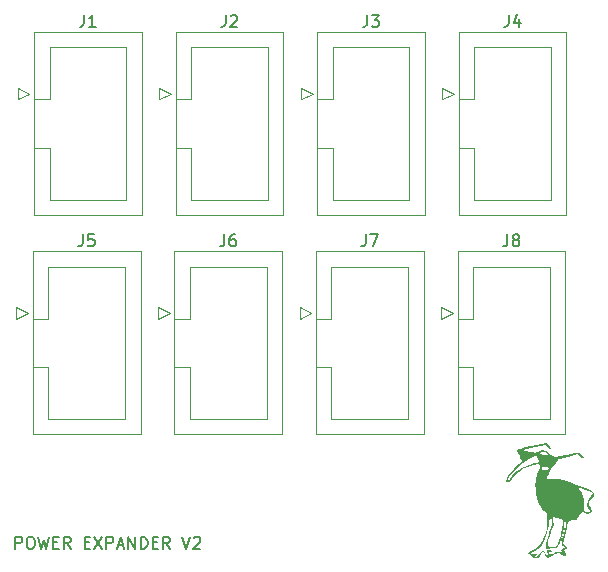
<source format=gbr>
%TF.GenerationSoftware,KiCad,Pcbnew,9.0.6*%
%TF.CreationDate,2026-01-10T14:45:50+11:00*%
%TF.ProjectId,power-expander,706f7765-722d-4657-9870-616e6465722e,rev?*%
%TF.SameCoordinates,Original*%
%TF.FileFunction,Legend,Top*%
%TF.FilePolarity,Positive*%
%FSLAX46Y46*%
G04 Gerber Fmt 4.6, Leading zero omitted, Abs format (unit mm)*
G04 Created by KiCad (PCBNEW 9.0.6) date 2026-01-10 14:45:50*
%MOMM*%
%LPD*%
G01*
G04 APERTURE LIST*
%ADD10C,0.150000*%
%ADD11C,0.000000*%
%ADD12C,0.120000*%
G04 APERTURE END LIST*
D10*
X47690476Y-96954819D02*
X47690476Y-95954819D01*
X47690476Y-95954819D02*
X48071428Y-95954819D01*
X48071428Y-95954819D02*
X48166666Y-96002438D01*
X48166666Y-96002438D02*
X48214285Y-96050057D01*
X48214285Y-96050057D02*
X48261904Y-96145295D01*
X48261904Y-96145295D02*
X48261904Y-96288152D01*
X48261904Y-96288152D02*
X48214285Y-96383390D01*
X48214285Y-96383390D02*
X48166666Y-96431009D01*
X48166666Y-96431009D02*
X48071428Y-96478628D01*
X48071428Y-96478628D02*
X47690476Y-96478628D01*
X48880952Y-95954819D02*
X49071428Y-95954819D01*
X49071428Y-95954819D02*
X49166666Y-96002438D01*
X49166666Y-96002438D02*
X49261904Y-96097676D01*
X49261904Y-96097676D02*
X49309523Y-96288152D01*
X49309523Y-96288152D02*
X49309523Y-96621485D01*
X49309523Y-96621485D02*
X49261904Y-96811961D01*
X49261904Y-96811961D02*
X49166666Y-96907200D01*
X49166666Y-96907200D02*
X49071428Y-96954819D01*
X49071428Y-96954819D02*
X48880952Y-96954819D01*
X48880952Y-96954819D02*
X48785714Y-96907200D01*
X48785714Y-96907200D02*
X48690476Y-96811961D01*
X48690476Y-96811961D02*
X48642857Y-96621485D01*
X48642857Y-96621485D02*
X48642857Y-96288152D01*
X48642857Y-96288152D02*
X48690476Y-96097676D01*
X48690476Y-96097676D02*
X48785714Y-96002438D01*
X48785714Y-96002438D02*
X48880952Y-95954819D01*
X49642857Y-95954819D02*
X49880952Y-96954819D01*
X49880952Y-96954819D02*
X50071428Y-96240533D01*
X50071428Y-96240533D02*
X50261904Y-96954819D01*
X50261904Y-96954819D02*
X50500000Y-95954819D01*
X50880952Y-96431009D02*
X51214285Y-96431009D01*
X51357142Y-96954819D02*
X50880952Y-96954819D01*
X50880952Y-96954819D02*
X50880952Y-95954819D01*
X50880952Y-95954819D02*
X51357142Y-95954819D01*
X52357142Y-96954819D02*
X52023809Y-96478628D01*
X51785714Y-96954819D02*
X51785714Y-95954819D01*
X51785714Y-95954819D02*
X52166666Y-95954819D01*
X52166666Y-95954819D02*
X52261904Y-96002438D01*
X52261904Y-96002438D02*
X52309523Y-96050057D01*
X52309523Y-96050057D02*
X52357142Y-96145295D01*
X52357142Y-96145295D02*
X52357142Y-96288152D01*
X52357142Y-96288152D02*
X52309523Y-96383390D01*
X52309523Y-96383390D02*
X52261904Y-96431009D01*
X52261904Y-96431009D02*
X52166666Y-96478628D01*
X52166666Y-96478628D02*
X51785714Y-96478628D01*
X53547619Y-96431009D02*
X53880952Y-96431009D01*
X54023809Y-96954819D02*
X53547619Y-96954819D01*
X53547619Y-96954819D02*
X53547619Y-95954819D01*
X53547619Y-95954819D02*
X54023809Y-95954819D01*
X54357143Y-95954819D02*
X55023809Y-96954819D01*
X55023809Y-95954819D02*
X54357143Y-96954819D01*
X55404762Y-96954819D02*
X55404762Y-95954819D01*
X55404762Y-95954819D02*
X55785714Y-95954819D01*
X55785714Y-95954819D02*
X55880952Y-96002438D01*
X55880952Y-96002438D02*
X55928571Y-96050057D01*
X55928571Y-96050057D02*
X55976190Y-96145295D01*
X55976190Y-96145295D02*
X55976190Y-96288152D01*
X55976190Y-96288152D02*
X55928571Y-96383390D01*
X55928571Y-96383390D02*
X55880952Y-96431009D01*
X55880952Y-96431009D02*
X55785714Y-96478628D01*
X55785714Y-96478628D02*
X55404762Y-96478628D01*
X56357143Y-96669104D02*
X56833333Y-96669104D01*
X56261905Y-96954819D02*
X56595238Y-95954819D01*
X56595238Y-95954819D02*
X56928571Y-96954819D01*
X57261905Y-96954819D02*
X57261905Y-95954819D01*
X57261905Y-95954819D02*
X57833333Y-96954819D01*
X57833333Y-96954819D02*
X57833333Y-95954819D01*
X58309524Y-96954819D02*
X58309524Y-95954819D01*
X58309524Y-95954819D02*
X58547619Y-95954819D01*
X58547619Y-95954819D02*
X58690476Y-96002438D01*
X58690476Y-96002438D02*
X58785714Y-96097676D01*
X58785714Y-96097676D02*
X58833333Y-96192914D01*
X58833333Y-96192914D02*
X58880952Y-96383390D01*
X58880952Y-96383390D02*
X58880952Y-96526247D01*
X58880952Y-96526247D02*
X58833333Y-96716723D01*
X58833333Y-96716723D02*
X58785714Y-96811961D01*
X58785714Y-96811961D02*
X58690476Y-96907200D01*
X58690476Y-96907200D02*
X58547619Y-96954819D01*
X58547619Y-96954819D02*
X58309524Y-96954819D01*
X59309524Y-96431009D02*
X59642857Y-96431009D01*
X59785714Y-96954819D02*
X59309524Y-96954819D01*
X59309524Y-96954819D02*
X59309524Y-95954819D01*
X59309524Y-95954819D02*
X59785714Y-95954819D01*
X60785714Y-96954819D02*
X60452381Y-96478628D01*
X60214286Y-96954819D02*
X60214286Y-95954819D01*
X60214286Y-95954819D02*
X60595238Y-95954819D01*
X60595238Y-95954819D02*
X60690476Y-96002438D01*
X60690476Y-96002438D02*
X60738095Y-96050057D01*
X60738095Y-96050057D02*
X60785714Y-96145295D01*
X60785714Y-96145295D02*
X60785714Y-96288152D01*
X60785714Y-96288152D02*
X60738095Y-96383390D01*
X60738095Y-96383390D02*
X60690476Y-96431009D01*
X60690476Y-96431009D02*
X60595238Y-96478628D01*
X60595238Y-96478628D02*
X60214286Y-96478628D01*
X61833334Y-95954819D02*
X62166667Y-96954819D01*
X62166667Y-96954819D02*
X62500000Y-95954819D01*
X62785715Y-96050057D02*
X62833334Y-96002438D01*
X62833334Y-96002438D02*
X62928572Y-95954819D01*
X62928572Y-95954819D02*
X63166667Y-95954819D01*
X63166667Y-95954819D02*
X63261905Y-96002438D01*
X63261905Y-96002438D02*
X63309524Y-96050057D01*
X63309524Y-96050057D02*
X63357143Y-96145295D01*
X63357143Y-96145295D02*
X63357143Y-96240533D01*
X63357143Y-96240533D02*
X63309524Y-96383390D01*
X63309524Y-96383390D02*
X62738096Y-96954819D01*
X62738096Y-96954819D02*
X63357143Y-96954819D01*
X89351666Y-70354819D02*
X89351666Y-71069104D01*
X89351666Y-71069104D02*
X89304047Y-71211961D01*
X89304047Y-71211961D02*
X89208809Y-71307200D01*
X89208809Y-71307200D02*
X89065952Y-71354819D01*
X89065952Y-71354819D02*
X88970714Y-71354819D01*
X89970714Y-70783390D02*
X89875476Y-70735771D01*
X89875476Y-70735771D02*
X89827857Y-70688152D01*
X89827857Y-70688152D02*
X89780238Y-70592914D01*
X89780238Y-70592914D02*
X89780238Y-70545295D01*
X89780238Y-70545295D02*
X89827857Y-70450057D01*
X89827857Y-70450057D02*
X89875476Y-70402438D01*
X89875476Y-70402438D02*
X89970714Y-70354819D01*
X89970714Y-70354819D02*
X90161190Y-70354819D01*
X90161190Y-70354819D02*
X90256428Y-70402438D01*
X90256428Y-70402438D02*
X90304047Y-70450057D01*
X90304047Y-70450057D02*
X90351666Y-70545295D01*
X90351666Y-70545295D02*
X90351666Y-70592914D01*
X90351666Y-70592914D02*
X90304047Y-70688152D01*
X90304047Y-70688152D02*
X90256428Y-70735771D01*
X90256428Y-70735771D02*
X90161190Y-70783390D01*
X90161190Y-70783390D02*
X89970714Y-70783390D01*
X89970714Y-70783390D02*
X89875476Y-70831009D01*
X89875476Y-70831009D02*
X89827857Y-70878628D01*
X89827857Y-70878628D02*
X89780238Y-70973866D01*
X89780238Y-70973866D02*
X89780238Y-71164342D01*
X89780238Y-71164342D02*
X89827857Y-71259580D01*
X89827857Y-71259580D02*
X89875476Y-71307200D01*
X89875476Y-71307200D02*
X89970714Y-71354819D01*
X89970714Y-71354819D02*
X90161190Y-71354819D01*
X90161190Y-71354819D02*
X90256428Y-71307200D01*
X90256428Y-71307200D02*
X90304047Y-71259580D01*
X90304047Y-71259580D02*
X90351666Y-71164342D01*
X90351666Y-71164342D02*
X90351666Y-70973866D01*
X90351666Y-70973866D02*
X90304047Y-70878628D01*
X90304047Y-70878628D02*
X90256428Y-70831009D01*
X90256428Y-70831009D02*
X90161190Y-70783390D01*
X65381666Y-70354819D02*
X65381666Y-71069104D01*
X65381666Y-71069104D02*
X65334047Y-71211961D01*
X65334047Y-71211961D02*
X65238809Y-71307200D01*
X65238809Y-71307200D02*
X65095952Y-71354819D01*
X65095952Y-71354819D02*
X65000714Y-71354819D01*
X66286428Y-70354819D02*
X66095952Y-70354819D01*
X66095952Y-70354819D02*
X66000714Y-70402438D01*
X66000714Y-70402438D02*
X65953095Y-70450057D01*
X65953095Y-70450057D02*
X65857857Y-70592914D01*
X65857857Y-70592914D02*
X65810238Y-70783390D01*
X65810238Y-70783390D02*
X65810238Y-71164342D01*
X65810238Y-71164342D02*
X65857857Y-71259580D01*
X65857857Y-71259580D02*
X65905476Y-71307200D01*
X65905476Y-71307200D02*
X66000714Y-71354819D01*
X66000714Y-71354819D02*
X66191190Y-71354819D01*
X66191190Y-71354819D02*
X66286428Y-71307200D01*
X66286428Y-71307200D02*
X66334047Y-71259580D01*
X66334047Y-71259580D02*
X66381666Y-71164342D01*
X66381666Y-71164342D02*
X66381666Y-70926247D01*
X66381666Y-70926247D02*
X66334047Y-70831009D01*
X66334047Y-70831009D02*
X66286428Y-70783390D01*
X66286428Y-70783390D02*
X66191190Y-70735771D01*
X66191190Y-70735771D02*
X66000714Y-70735771D01*
X66000714Y-70735771D02*
X65905476Y-70783390D01*
X65905476Y-70783390D02*
X65857857Y-70831009D01*
X65857857Y-70831009D02*
X65810238Y-70926247D01*
X89456666Y-51774819D02*
X89456666Y-52489104D01*
X89456666Y-52489104D02*
X89409047Y-52631961D01*
X89409047Y-52631961D02*
X89313809Y-52727200D01*
X89313809Y-52727200D02*
X89170952Y-52774819D01*
X89170952Y-52774819D02*
X89075714Y-52774819D01*
X90361428Y-52108152D02*
X90361428Y-52774819D01*
X90123333Y-51727200D02*
X89885238Y-52441485D01*
X89885238Y-52441485D02*
X90504285Y-52441485D01*
X77366666Y-70354819D02*
X77366666Y-71069104D01*
X77366666Y-71069104D02*
X77319047Y-71211961D01*
X77319047Y-71211961D02*
X77223809Y-71307200D01*
X77223809Y-71307200D02*
X77080952Y-71354819D01*
X77080952Y-71354819D02*
X76985714Y-71354819D01*
X77747619Y-70354819D02*
X78414285Y-70354819D01*
X78414285Y-70354819D02*
X77985714Y-71354819D01*
X77471666Y-51774819D02*
X77471666Y-52489104D01*
X77471666Y-52489104D02*
X77424047Y-52631961D01*
X77424047Y-52631961D02*
X77328809Y-52727200D01*
X77328809Y-52727200D02*
X77185952Y-52774819D01*
X77185952Y-52774819D02*
X77090714Y-52774819D01*
X77852619Y-51774819D02*
X78471666Y-51774819D01*
X78471666Y-51774819D02*
X78138333Y-52155771D01*
X78138333Y-52155771D02*
X78281190Y-52155771D01*
X78281190Y-52155771D02*
X78376428Y-52203390D01*
X78376428Y-52203390D02*
X78424047Y-52251009D01*
X78424047Y-52251009D02*
X78471666Y-52346247D01*
X78471666Y-52346247D02*
X78471666Y-52584342D01*
X78471666Y-52584342D02*
X78424047Y-52679580D01*
X78424047Y-52679580D02*
X78376428Y-52727200D01*
X78376428Y-52727200D02*
X78281190Y-52774819D01*
X78281190Y-52774819D02*
X77995476Y-52774819D01*
X77995476Y-52774819D02*
X77900238Y-52727200D01*
X77900238Y-52727200D02*
X77852619Y-52679580D01*
X65486666Y-51774819D02*
X65486666Y-52489104D01*
X65486666Y-52489104D02*
X65439047Y-52631961D01*
X65439047Y-52631961D02*
X65343809Y-52727200D01*
X65343809Y-52727200D02*
X65200952Y-52774819D01*
X65200952Y-52774819D02*
X65105714Y-52774819D01*
X65915238Y-51870057D02*
X65962857Y-51822438D01*
X65962857Y-51822438D02*
X66058095Y-51774819D01*
X66058095Y-51774819D02*
X66296190Y-51774819D01*
X66296190Y-51774819D02*
X66391428Y-51822438D01*
X66391428Y-51822438D02*
X66439047Y-51870057D01*
X66439047Y-51870057D02*
X66486666Y-51965295D01*
X66486666Y-51965295D02*
X66486666Y-52060533D01*
X66486666Y-52060533D02*
X66439047Y-52203390D01*
X66439047Y-52203390D02*
X65867619Y-52774819D01*
X65867619Y-52774819D02*
X66486666Y-52774819D01*
X53396666Y-70354819D02*
X53396666Y-71069104D01*
X53396666Y-71069104D02*
X53349047Y-71211961D01*
X53349047Y-71211961D02*
X53253809Y-71307200D01*
X53253809Y-71307200D02*
X53110952Y-71354819D01*
X53110952Y-71354819D02*
X53015714Y-71354819D01*
X54349047Y-70354819D02*
X53872857Y-70354819D01*
X53872857Y-70354819D02*
X53825238Y-70831009D01*
X53825238Y-70831009D02*
X53872857Y-70783390D01*
X53872857Y-70783390D02*
X53968095Y-70735771D01*
X53968095Y-70735771D02*
X54206190Y-70735771D01*
X54206190Y-70735771D02*
X54301428Y-70783390D01*
X54301428Y-70783390D02*
X54349047Y-70831009D01*
X54349047Y-70831009D02*
X54396666Y-70926247D01*
X54396666Y-70926247D02*
X54396666Y-71164342D01*
X54396666Y-71164342D02*
X54349047Y-71259580D01*
X54349047Y-71259580D02*
X54301428Y-71307200D01*
X54301428Y-71307200D02*
X54206190Y-71354819D01*
X54206190Y-71354819D02*
X53968095Y-71354819D01*
X53968095Y-71354819D02*
X53872857Y-71307200D01*
X53872857Y-71307200D02*
X53825238Y-71259580D01*
X53501666Y-51774819D02*
X53501666Y-52489104D01*
X53501666Y-52489104D02*
X53454047Y-52631961D01*
X53454047Y-52631961D02*
X53358809Y-52727200D01*
X53358809Y-52727200D02*
X53215952Y-52774819D01*
X53215952Y-52774819D02*
X53120714Y-52774819D01*
X54501666Y-52774819D02*
X53930238Y-52774819D01*
X54215952Y-52774819D02*
X54215952Y-51774819D01*
X54215952Y-51774819D02*
X54120714Y-51917676D01*
X54120714Y-51917676D02*
X54025476Y-52012914D01*
X54025476Y-52012914D02*
X53930238Y-52060533D01*
D11*
%TO.C,G\u002A\u002A\u002A*%
G36*
X92830805Y-88216464D02*
G01*
X92991653Y-88390912D01*
X93036929Y-88487207D01*
X92971977Y-88485986D01*
X92802140Y-88367883D01*
X92791480Y-88358974D01*
X92540627Y-88147895D01*
X91762994Y-88316461D01*
X91292184Y-88420589D01*
X90976520Y-88498892D01*
X90805194Y-88559206D01*
X90767398Y-88609371D01*
X90852324Y-88657223D01*
X91049166Y-88710601D01*
X91178738Y-88740153D01*
X91499579Y-88803246D01*
X91711708Y-88817866D01*
X91868417Y-88784818D01*
X91940738Y-88751667D01*
X92293940Y-88643536D01*
X92615617Y-88699096D01*
X92860197Y-88878823D01*
X93040172Y-89042943D01*
X93229010Y-89137969D01*
X93462627Y-89167261D01*
X93776943Y-89134179D01*
X94207875Y-89042084D01*
X94317970Y-89015209D01*
X94763265Y-88907870D01*
X95077420Y-88844100D01*
X95292959Y-88824025D01*
X95442405Y-88847767D01*
X95558285Y-88915451D01*
X95666686Y-89020333D01*
X95801280Y-89196783D01*
X95802933Y-89279046D01*
X95686918Y-89254821D01*
X95512013Y-89144886D01*
X95259049Y-88957862D01*
X94437072Y-89175605D01*
X94090479Y-89269414D01*
X93813003Y-89348298D01*
X93640121Y-89401950D01*
X93600456Y-89418674D01*
X93546103Y-89495604D01*
X93424281Y-89662856D01*
X93343309Y-89773024D01*
X93159216Y-90046643D01*
X92979232Y-90353514D01*
X92827678Y-90647332D01*
X92728875Y-90881793D01*
X92704020Y-90990167D01*
X92758467Y-91055401D01*
X92938847Y-91057349D01*
X93036260Y-91043817D01*
X93328640Y-91037385D01*
X93720483Y-91081701D01*
X94153861Y-91165040D01*
X94570848Y-91275679D01*
X94913517Y-91401894D01*
X94989666Y-91439175D01*
X95208694Y-91543047D01*
X95527512Y-91679253D01*
X95886637Y-91822634D01*
X95984499Y-91859955D01*
X96373052Y-92023184D01*
X96605560Y-92169577D01*
X96691985Y-92315687D01*
X96642292Y-92478066D01*
X96471333Y-92668748D01*
X96297413Y-92934517D01*
X96275958Y-93250765D01*
X96386666Y-93550333D01*
X96487461Y-93749998D01*
X96487691Y-93865499D01*
X96381024Y-93953364D01*
X96338920Y-93976563D01*
X96144921Y-94023280D01*
X96063754Y-93991770D01*
X95903112Y-93909055D01*
X95769901Y-93866055D01*
X95640982Y-93860562D01*
X95538152Y-93942032D01*
X95423966Y-94143845D01*
X95398601Y-94197050D01*
X95264478Y-94438177D01*
X95140919Y-94545768D01*
X95041700Y-94557843D01*
X94816757Y-94567125D01*
X94650999Y-94599486D01*
X94504944Y-94672341D01*
X94441831Y-94818135D01*
X94429173Y-94972366D01*
X94399268Y-95209569D01*
X94330115Y-95539046D01*
X94236204Y-95892490D01*
X94228578Y-95918024D01*
X94038142Y-96550048D01*
X94217570Y-96669184D01*
X94358022Y-96809052D01*
X94389923Y-96940854D01*
X94307403Y-97016870D01*
X94260941Y-97021667D01*
X94167416Y-97065719D01*
X94185880Y-97169833D01*
X94278743Y-97450650D01*
X94270792Y-97595938D01*
X94162511Y-97605175D01*
X93954384Y-97477837D01*
X93922835Y-97453442D01*
X93790148Y-97360885D01*
X93671591Y-97335695D01*
X93503082Y-97376407D01*
X93330199Y-97439871D01*
X93088578Y-97547717D01*
X92916078Y-97654129D01*
X92874683Y-97696275D01*
X92768147Y-97760473D01*
X92639253Y-97674279D01*
X92507105Y-97451479D01*
X92494216Y-97421670D01*
X92386155Y-97164669D01*
X92229366Y-97410668D01*
X92097949Y-97596624D01*
X91991311Y-97714795D01*
X91985955Y-97718870D01*
X91822253Y-97778248D01*
X91646468Y-97770546D01*
X91531222Y-97704509D01*
X91518333Y-97662555D01*
X91446289Y-97557434D01*
X91328697Y-97514388D01*
X91149726Y-97442730D01*
X91111150Y-97328649D01*
X91127350Y-97309764D01*
X91309107Y-97309764D01*
X91311937Y-97368863D01*
X91433763Y-97422444D01*
X91631788Y-97409609D01*
X91799305Y-97386246D01*
X91826020Y-97418689D01*
X91790853Y-97460346D01*
X91700677Y-97586967D01*
X91687666Y-97634245D01*
X91737784Y-97668886D01*
X91859107Y-97608903D01*
X92008086Y-97484194D01*
X92141174Y-97324656D01*
X92143294Y-97321438D01*
X92302152Y-97144309D01*
X92442167Y-97134382D01*
X92570412Y-97292565D01*
X92611226Y-97381500D01*
X92693462Y-97546293D01*
X92745085Y-97557589D01*
X92762142Y-97512937D01*
X92754692Y-97321586D01*
X92714147Y-97210584D01*
X92666902Y-97021667D01*
X92703666Y-97021667D01*
X92777351Y-97080669D01*
X92955370Y-97106300D01*
X92962663Y-97106333D01*
X93139343Y-97130458D01*
X93164774Y-97198376D01*
X93046228Y-97257302D01*
X92954445Y-97250292D01*
X92843749Y-97252946D01*
X92848676Y-97334404D01*
X92897324Y-97404801D01*
X92992705Y-97417776D01*
X93171409Y-97369002D01*
X93446300Y-97263688D01*
X93669461Y-97197801D01*
X93831219Y-97224463D01*
X93890800Y-97257142D01*
X94017830Y-97308353D01*
X94058333Y-97281381D01*
X93996753Y-97165992D01*
X93973666Y-97148667D01*
X93890351Y-97041453D01*
X93952910Y-96956133D01*
X94058333Y-96937000D01*
X94195913Y-96901544D01*
X94227666Y-96852333D01*
X94159089Y-96777219D01*
X94100666Y-96767667D01*
X94004988Y-96694096D01*
X93975776Y-96489788D01*
X94012102Y-96179351D01*
X94113035Y-95787390D01*
X94140917Y-95701309D01*
X94234207Y-95366489D01*
X94291497Y-95046948D01*
X94309511Y-94781802D01*
X94284974Y-94610168D01*
X94235979Y-94566333D01*
X94188077Y-94643227D01*
X94138612Y-94843813D01*
X94101913Y-95095500D01*
X94023800Y-95642682D01*
X93920014Y-96118310D01*
X93798820Y-96493253D01*
X93668484Y-96738384D01*
X93621402Y-96788833D01*
X93383223Y-96900387D01*
X93075286Y-96937000D01*
X92851341Y-96954214D01*
X92718979Y-96997656D01*
X92703666Y-97021667D01*
X92666902Y-97021667D01*
X92651756Y-96961105D01*
X92653514Y-96677757D01*
X92762635Y-96677757D01*
X92764235Y-96684662D01*
X92872271Y-96807763D01*
X93072560Y-96855392D01*
X93305310Y-96826613D01*
X93510727Y-96720489D01*
X93536586Y-96696746D01*
X93640331Y-96527756D01*
X93748111Y-96251747D01*
X93844577Y-95925327D01*
X93914378Y-95605102D01*
X93942166Y-95347680D01*
X93930937Y-95242421D01*
X93929860Y-95089620D01*
X93970222Y-95034128D01*
X94034076Y-94917822D01*
X94058333Y-94733933D01*
X94038376Y-94573685D01*
X93948477Y-94477990D01*
X93743589Y-94404002D01*
X93698499Y-94391684D01*
X93460562Y-94322238D01*
X93292682Y-94263083D01*
X93261844Y-94248191D01*
X93225742Y-94292929D01*
X93225375Y-94469629D01*
X93239853Y-94601236D01*
X93251214Y-94968856D01*
X93165898Y-95250309D01*
X93039740Y-95535729D01*
X92922085Y-95872068D01*
X92827184Y-96208443D01*
X92769284Y-96493967D01*
X92762635Y-96677757D01*
X92653514Y-96677757D01*
X92653966Y-96604844D01*
X92715399Y-96189219D01*
X92830676Y-95761645D01*
X92899614Y-95575690D01*
X93015369Y-95240382D01*
X93092502Y-94913698D01*
X93127623Y-94630260D01*
X93117346Y-94424693D01*
X93058283Y-94331618D01*
X93021166Y-94333329D01*
X92955431Y-94433941D01*
X92895770Y-94668906D01*
X92856157Y-94954217D01*
X92741456Y-95547889D01*
X92531192Y-96118709D01*
X92247746Y-96617177D01*
X91947561Y-96963935D01*
X91722904Y-97139424D01*
X91519766Y-97252493D01*
X91428425Y-97275667D01*
X91309107Y-97309764D01*
X91127350Y-97309764D01*
X91207712Y-97216086D01*
X91371337Y-97158004D01*
X91700450Y-97012378D01*
X92019849Y-96704942D01*
X92322614Y-96243196D01*
X92451288Y-95987704D01*
X92591304Y-95661014D01*
X92674317Y-95376715D01*
X92716040Y-95062029D01*
X92731313Y-94690797D01*
X92733155Y-94323493D01*
X92717057Y-94090126D01*
X92677550Y-93955761D01*
X92609164Y-93885460D01*
X92604830Y-93882968D01*
X92480286Y-93774243D01*
X92303562Y-93574555D01*
X92158088Y-93387478D01*
X92000464Y-93153509D01*
X91896707Y-92933829D01*
X91826924Y-92670422D01*
X91771219Y-92305275D01*
X91762229Y-92233087D01*
X91727422Y-91811584D01*
X95412999Y-91811584D01*
X95449519Y-91900375D01*
X95543492Y-92090115D01*
X95629506Y-92254686D01*
X95758839Y-92538470D01*
X95819270Y-92808892D01*
X95828259Y-93150209D01*
X95826516Y-93205417D01*
X95822590Y-93508260D01*
X95844671Y-93684630D01*
X95902686Y-93776624D01*
X95969842Y-93813300D01*
X96208161Y-93878357D01*
X96331068Y-93846210D01*
X96344333Y-93801354D01*
X96301416Y-93671807D01*
X96209850Y-93508462D01*
X96119948Y-93224652D01*
X96178491Y-92898628D01*
X96379892Y-92558521D01*
X96404374Y-92528729D01*
X96529389Y-92356844D01*
X96577303Y-92241786D01*
X96572190Y-92225968D01*
X96474719Y-92173989D01*
X96276945Y-92092441D01*
X96026139Y-91998223D01*
X95769575Y-91908235D01*
X95554524Y-91839373D01*
X95428258Y-91808538D01*
X95412999Y-91811584D01*
X91727422Y-91811584D01*
X91712824Y-91634814D01*
X91731241Y-91155131D01*
X91821448Y-90755797D01*
X91944723Y-90474516D01*
X92032178Y-90268579D01*
X92251215Y-90268579D01*
X92333593Y-90324032D01*
X92498743Y-90333000D01*
X92706644Y-90308046D01*
X92830789Y-90247498D01*
X92834147Y-90242700D01*
X92863537Y-90150370D01*
X92791649Y-90081585D01*
X92587830Y-90009782D01*
X92554117Y-90000007D01*
X92372615Y-89963581D01*
X92290302Y-90014993D01*
X92258026Y-90129620D01*
X92251215Y-90268579D01*
X92032178Y-90268579D01*
X92075912Y-90165595D01*
X92102654Y-89936299D01*
X92022833Y-89810153D01*
X92005166Y-89802778D01*
X91854670Y-89804921D01*
X91599284Y-89856739D01*
X91290524Y-89943015D01*
X90979906Y-90048534D01*
X90718948Y-90158083D01*
X90619064Y-90212155D01*
X90289685Y-90452239D01*
X89982197Y-90737441D01*
X89749690Y-91016183D01*
X89688601Y-91116166D01*
X89554141Y-91279624D01*
X89401098Y-91348526D01*
X89277841Y-91315253D01*
X89235634Y-91197286D01*
X89370222Y-91197286D01*
X89442084Y-91190304D01*
X89553337Y-91067616D01*
X89572573Y-91038534D01*
X89744734Y-90795816D01*
X89923062Y-90577740D01*
X90182916Y-90357642D01*
X90553334Y-90131232D01*
X90979151Y-89926960D01*
X91405202Y-89773274D01*
X91561595Y-89732724D01*
X91813912Y-89673641D01*
X91982693Y-89629105D01*
X92026332Y-89612494D01*
X92000575Y-89518877D01*
X91940989Y-89350557D01*
X91874104Y-89177979D01*
X91826447Y-89071583D01*
X91819391Y-89063000D01*
X91710589Y-89103842D01*
X91496335Y-89212254D01*
X91215396Y-89367063D01*
X90906539Y-89547097D01*
X90687262Y-89681316D01*
X90428132Y-89871659D01*
X90150999Y-90120188D01*
X89881279Y-90397651D01*
X89644388Y-90674791D01*
X89465741Y-90922355D01*
X89370755Y-91111088D01*
X89370222Y-91197286D01*
X89235634Y-91197286D01*
X89232332Y-91188056D01*
X89287315Y-91023791D01*
X89431944Y-90779813D01*
X89635745Y-90495759D01*
X89868240Y-90211264D01*
X90098954Y-89965965D01*
X90297411Y-89799497D01*
X90302613Y-89796093D01*
X90481816Y-89666765D01*
X90579795Y-89570198D01*
X90585951Y-89554313D01*
X90549752Y-89451977D01*
X90455747Y-89253050D01*
X90375332Y-89097203D01*
X90255608Y-88855185D01*
X90249799Y-88840993D01*
X92092752Y-88840993D01*
X92110482Y-88915568D01*
X92277697Y-88983505D01*
X92364999Y-89001967D01*
X92616941Y-89042224D01*
X92743860Y-89044036D01*
X92786093Y-89005433D01*
X92788333Y-88981312D01*
X92714599Y-88865556D01*
X92536443Y-88784536D01*
X92318435Y-88762221D01*
X92233538Y-88775352D01*
X92092752Y-88840993D01*
X90249799Y-88840993D01*
X90178876Y-88667713D01*
X90163666Y-88603676D01*
X90243050Y-88552204D01*
X90464926Y-88478950D01*
X90804878Y-88390687D01*
X91238489Y-88294191D01*
X91391472Y-88262992D01*
X92619278Y-88017745D01*
X92830805Y-88216464D01*
G37*
D12*
%TO.C,J8*%
X83735000Y-76500000D02*
X83735000Y-77500000D01*
X83735000Y-77500000D02*
X84735000Y-77000000D01*
X84735000Y-77000000D02*
X83735000Y-76500000D01*
X85125000Y-71790000D02*
X94245000Y-71790000D01*
X85125000Y-77490000D02*
X86435000Y-77490000D01*
X85125000Y-87290000D02*
X85125000Y-71790000D01*
X86435000Y-73090000D02*
X92935000Y-73090000D01*
X86435000Y-77490000D02*
X86435000Y-73090000D01*
X86435000Y-81590000D02*
X85125000Y-81590000D01*
X86435000Y-85990000D02*
X86435000Y-81590000D01*
X92935000Y-73090000D02*
X92935000Y-85990000D01*
X92935000Y-85990000D02*
X86435000Y-85990000D01*
X94245000Y-71790000D02*
X94245000Y-87290000D01*
X94245000Y-87290000D02*
X85125000Y-87290000D01*
%TO.C,J6*%
X59765000Y-76500000D02*
X59765000Y-77500000D01*
X59765000Y-77500000D02*
X60765000Y-77000000D01*
X60765000Y-77000000D02*
X59765000Y-76500000D01*
X61155000Y-71790000D02*
X70275000Y-71790000D01*
X61155000Y-77490000D02*
X62465000Y-77490000D01*
X61155000Y-87290000D02*
X61155000Y-71790000D01*
X62465000Y-73090000D02*
X68965000Y-73090000D01*
X62465000Y-77490000D02*
X62465000Y-73090000D01*
X62465000Y-81590000D02*
X61155000Y-81590000D01*
X62465000Y-85990000D02*
X62465000Y-81590000D01*
X68965000Y-73090000D02*
X68965000Y-85990000D01*
X68965000Y-85990000D02*
X62465000Y-85990000D01*
X70275000Y-71790000D02*
X70275000Y-87290000D01*
X70275000Y-87290000D02*
X61155000Y-87290000D01*
%TO.C,J4*%
X83840000Y-57920000D02*
X83840000Y-58920000D01*
X83840000Y-58920000D02*
X84840000Y-58420000D01*
X84840000Y-58420000D02*
X83840000Y-57920000D01*
X85230000Y-53210000D02*
X94350000Y-53210000D01*
X85230000Y-58910000D02*
X86540000Y-58910000D01*
X85230000Y-68710000D02*
X85230000Y-53210000D01*
X86540000Y-54510000D02*
X93040000Y-54510000D01*
X86540000Y-58910000D02*
X86540000Y-54510000D01*
X86540000Y-63010000D02*
X85230000Y-63010000D01*
X86540000Y-67410000D02*
X86540000Y-63010000D01*
X93040000Y-54510000D02*
X93040000Y-67410000D01*
X93040000Y-67410000D02*
X86540000Y-67410000D01*
X94350000Y-53210000D02*
X94350000Y-68710000D01*
X94350000Y-68710000D02*
X85230000Y-68710000D01*
%TO.C,J7*%
X71750000Y-76500000D02*
X71750000Y-77500000D01*
X71750000Y-77500000D02*
X72750000Y-77000000D01*
X72750000Y-77000000D02*
X71750000Y-76500000D01*
X73140000Y-71790000D02*
X82260000Y-71790000D01*
X73140000Y-77490000D02*
X74450000Y-77490000D01*
X73140000Y-87290000D02*
X73140000Y-71790000D01*
X74450000Y-73090000D02*
X80950000Y-73090000D01*
X74450000Y-77490000D02*
X74450000Y-73090000D01*
X74450000Y-81590000D02*
X73140000Y-81590000D01*
X74450000Y-85990000D02*
X74450000Y-81590000D01*
X80950000Y-73090000D02*
X80950000Y-85990000D01*
X80950000Y-85990000D02*
X74450000Y-85990000D01*
X82260000Y-71790000D02*
X82260000Y-87290000D01*
X82260000Y-87290000D02*
X73140000Y-87290000D01*
%TO.C,J3*%
X71855000Y-57920000D02*
X71855000Y-58920000D01*
X71855000Y-58920000D02*
X72855000Y-58420000D01*
X72855000Y-58420000D02*
X71855000Y-57920000D01*
X73245000Y-53210000D02*
X82365000Y-53210000D01*
X73245000Y-58910000D02*
X74555000Y-58910000D01*
X73245000Y-68710000D02*
X73245000Y-53210000D01*
X74555000Y-54510000D02*
X81055000Y-54510000D01*
X74555000Y-58910000D02*
X74555000Y-54510000D01*
X74555000Y-63010000D02*
X73245000Y-63010000D01*
X74555000Y-67410000D02*
X74555000Y-63010000D01*
X81055000Y-54510000D02*
X81055000Y-67410000D01*
X81055000Y-67410000D02*
X74555000Y-67410000D01*
X82365000Y-53210000D02*
X82365000Y-68710000D01*
X82365000Y-68710000D02*
X73245000Y-68710000D01*
%TO.C,J2*%
X59870000Y-57920000D02*
X59870000Y-58920000D01*
X59870000Y-58920000D02*
X60870000Y-58420000D01*
X60870000Y-58420000D02*
X59870000Y-57920000D01*
X61260000Y-53210000D02*
X70380000Y-53210000D01*
X61260000Y-58910000D02*
X62570000Y-58910000D01*
X61260000Y-68710000D02*
X61260000Y-53210000D01*
X62570000Y-54510000D02*
X69070000Y-54510000D01*
X62570000Y-58910000D02*
X62570000Y-54510000D01*
X62570000Y-63010000D02*
X61260000Y-63010000D01*
X62570000Y-67410000D02*
X62570000Y-63010000D01*
X69070000Y-54510000D02*
X69070000Y-67410000D01*
X69070000Y-67410000D02*
X62570000Y-67410000D01*
X70380000Y-53210000D02*
X70380000Y-68710000D01*
X70380000Y-68710000D02*
X61260000Y-68710000D01*
%TO.C,J5*%
X47780000Y-76500000D02*
X47780000Y-77500000D01*
X47780000Y-77500000D02*
X48780000Y-77000000D01*
X48780000Y-77000000D02*
X47780000Y-76500000D01*
X49170000Y-71790000D02*
X58290000Y-71790000D01*
X49170000Y-77490000D02*
X50480000Y-77490000D01*
X49170000Y-87290000D02*
X49170000Y-71790000D01*
X50480000Y-73090000D02*
X56980000Y-73090000D01*
X50480000Y-77490000D02*
X50480000Y-73090000D01*
X50480000Y-81590000D02*
X49170000Y-81590000D01*
X50480000Y-85990000D02*
X50480000Y-81590000D01*
X56980000Y-73090000D02*
X56980000Y-85990000D01*
X56980000Y-85990000D02*
X50480000Y-85990000D01*
X58290000Y-71790000D02*
X58290000Y-87290000D01*
X58290000Y-87290000D02*
X49170000Y-87290000D01*
%TO.C,J1*%
X47885000Y-57920000D02*
X47885000Y-58920000D01*
X47885000Y-58920000D02*
X48885000Y-58420000D01*
X48885000Y-58420000D02*
X47885000Y-57920000D01*
X49275000Y-53210000D02*
X58395000Y-53210000D01*
X49275000Y-58910000D02*
X50585000Y-58910000D01*
X49275000Y-68710000D02*
X49275000Y-53210000D01*
X50585000Y-54510000D02*
X57085000Y-54510000D01*
X50585000Y-58910000D02*
X50585000Y-54510000D01*
X50585000Y-63010000D02*
X49275000Y-63010000D01*
X50585000Y-67410000D02*
X50585000Y-63010000D01*
X57085000Y-54510000D02*
X57085000Y-67410000D01*
X57085000Y-67410000D02*
X50585000Y-67410000D01*
X58395000Y-53210000D02*
X58395000Y-68710000D01*
X58395000Y-68710000D02*
X49275000Y-68710000D01*
%TD*%
M02*

</source>
